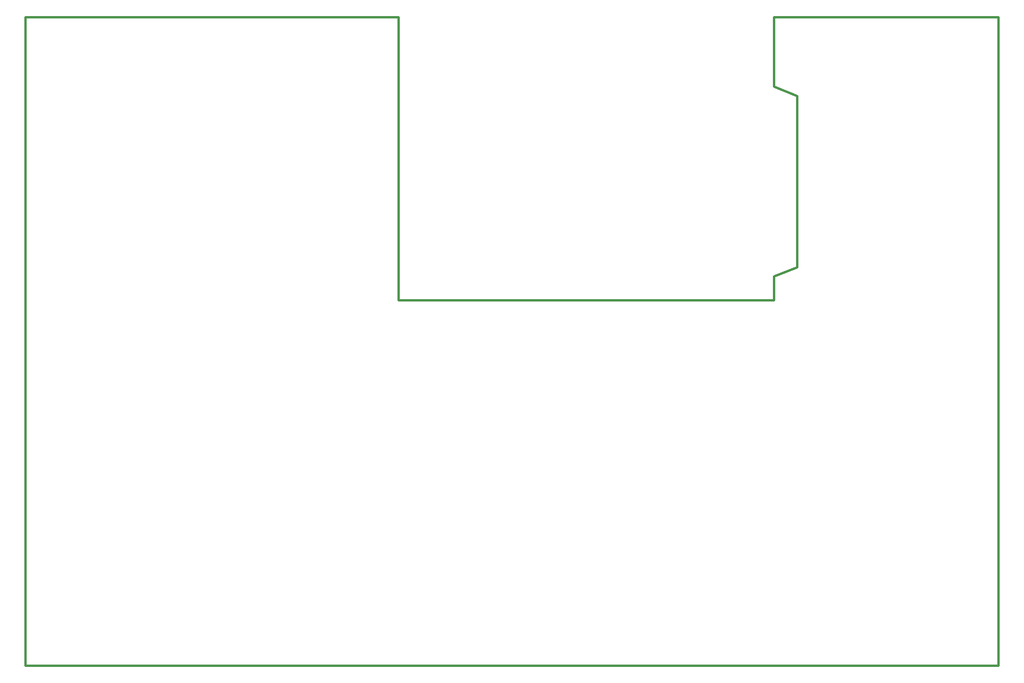
<source format=gtp>
%FSLAX25Y25*%
%MOIN*%
G70*
G01*
G75*
G04 Layer_Color=8421504*
%ADD10C,0.01181*%
%ADD11C,0.00787*%
%ADD12C,0.01575*%
%ADD13C,0.01000*%
%ADD14C,0.01969*%
%ADD15C,0.03543*%
%ADD16C,0.01575*%
%ADD17C,0.11811*%
%ADD18C,0.15748*%
%ADD19C,0.06299*%
%ADD20C,0.04724*%
%ADD21R,0.09449X0.12598*%
%ADD22C,0.05906*%
%ADD23R,0.05906X0.05906*%
%ADD24C,0.07874*%
%ADD25C,0.02362*%
%ADD26C,0.03150*%
%ADD27C,0.05000*%
%ADD28R,0.06890X0.13386*%
%ADD29R,0.06693X0.04921*%
%ADD30R,0.04921X0.06693*%
%ADD31R,0.04803X0.03583*%
%ADD32R,0.03583X0.04803*%
%ADD33R,0.07874X0.02362*%
%ADD34O,0.07874X0.02362*%
%ADD35R,0.07874X0.21654*%
%ADD36R,0.02756X0.09843*%
%ADD37R,0.02559X0.13780*%
%ADD38R,0.04331X0.14921*%
%ADD39R,0.10630X0.11811*%
%ADD40R,0.03937X0.01181*%
%ADD41O,0.03937X0.01181*%
%ADD42R,0.06299X0.06299*%
%ADD43R,0.04331X0.06299*%
%ADD44O,0.02362X0.07874*%
%ADD45R,0.02362X0.07874*%
%ADD46R,0.13386X0.06890*%
%ADD47R,0.06575X0.06496*%
%ADD48R,0.06496X0.06575*%
%ADD49R,0.06299X0.12598*%
%ADD50R,0.33465X0.41732*%
%ADD51R,0.13386X0.03937*%
%ADD52C,0.02362*%
D14*
X-0Y551181D02*
X-0D01*
Y0D02*
Y551181D01*
Y0D02*
X826772D01*
Y551181D01*
X635827D02*
X826772D01*
X635827Y492126D02*
Y551181D01*
X316929Y310630D02*
X635827D01*
X316929D02*
X316929D01*
X316929D02*
Y551181D01*
X-0Y551181D02*
X316929D01*
X655512Y338583D02*
Y484252D01*
X635827Y492126D02*
X655512Y484252D01*
X635827Y310630D02*
Y330709D01*
X635827Y330709D02*
X655512Y338583D01*
M02*

</source>
